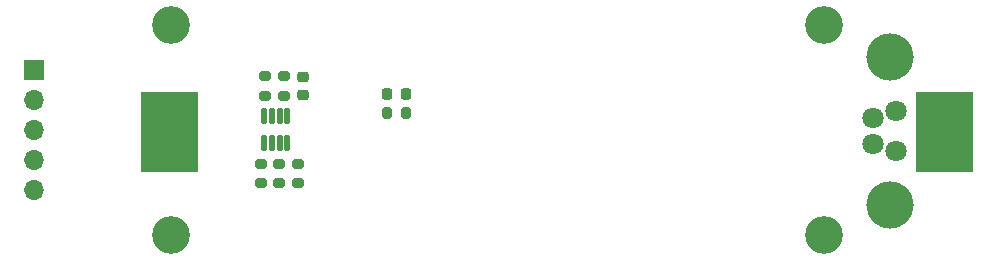
<source format=gbs>
G04 #@! TF.GenerationSoftware,KiCad,Pcbnew,8.0.2-1.fc40*
G04 #@! TF.CreationDate,2024-05-13T13:55:01+02:00*
G04 #@! TF.ProjectId,FT24-SLS,46543234-2d53-44c5-932e-6b696361645f,rev?*
G04 #@! TF.SameCoordinates,Original*
G04 #@! TF.FileFunction,Soldermask,Bot*
G04 #@! TF.FilePolarity,Negative*
%FSLAX46Y46*%
G04 Gerber Fmt 4.6, Leading zero omitted, Abs format (unit mm)*
G04 Created by KiCad (PCBNEW 8.0.2-1.fc40) date 2024-05-13 13:55:01*
%MOMM*%
%LPD*%
G01*
G04 APERTURE LIST*
G04 Aperture macros list*
%AMRoundRect*
0 Rectangle with rounded corners*
0 $1 Rounding radius*
0 $2 $3 $4 $5 $6 $7 $8 $9 X,Y pos of 4 corners*
0 Add a 4 corners polygon primitive as box body*
4,1,4,$2,$3,$4,$5,$6,$7,$8,$9,$2,$3,0*
0 Add four circle primitives for the rounded corners*
1,1,$1+$1,$2,$3*
1,1,$1+$1,$4,$5*
1,1,$1+$1,$6,$7*
1,1,$1+$1,$8,$9*
0 Add four rect primitives between the rounded corners*
20,1,$1+$1,$2,$3,$4,$5,0*
20,1,$1+$1,$4,$5,$6,$7,0*
20,1,$1+$1,$6,$7,$8,$9,0*
20,1,$1+$1,$8,$9,$2,$3,0*%
G04 Aperture macros list end*
%ADD10C,3.200000*%
%ADD11C,0.100000*%
%ADD12C,4.000000*%
%ADD13C,1.800000*%
%ADD14RoundRect,0.200000X-0.275000X0.200000X-0.275000X-0.200000X0.275000X-0.200000X0.275000X0.200000X0*%
%ADD15RoundRect,0.225000X0.250000X-0.225000X0.250000X0.225000X-0.250000X0.225000X-0.250000X-0.225000X0*%
%ADD16RoundRect,0.200000X-0.200000X-0.275000X0.200000X-0.275000X0.200000X0.275000X-0.200000X0.275000X0*%
%ADD17RoundRect,0.225000X0.225000X0.250000X-0.225000X0.250000X-0.225000X-0.250000X0.225000X-0.250000X0*%
%ADD18RoundRect,0.200000X0.275000X-0.200000X0.275000X0.200000X-0.275000X0.200000X-0.275000X-0.200000X0*%
%ADD19R,1.700000X1.700000*%
%ADD20O,1.700000X1.700000*%
%ADD21RoundRect,0.112500X0.112500X-0.550000X0.112500X0.550000X-0.112500X0.550000X-0.112500X-0.550000X0*%
G04 APERTURE END LIST*
G36*
X114600000Y-90800000D02*
G01*
X119400000Y-90800000D01*
X119400000Y-97600000D01*
X114600000Y-97600000D01*
X114600000Y-90800000D01*
G37*
G36*
X180200000Y-90800000D02*
G01*
X185000000Y-90800000D01*
X185000000Y-97600000D01*
X180200000Y-97600000D01*
X180200000Y-90800000D01*
G37*
D10*
X117100000Y-102900000D03*
D11*
X113700000Y-85500000D03*
X113700000Y-86500000D03*
X113700000Y-87500000D03*
X113700000Y-88500000D03*
X113700000Y-89500000D03*
X113700000Y-90500000D03*
X113700000Y-91500000D03*
X113700000Y-92500000D03*
X113700000Y-93500000D03*
X113700000Y-94500000D03*
X113700000Y-95500000D03*
X113700000Y-96500000D03*
X113700000Y-97500000D03*
X113700000Y-98500000D03*
X113700000Y-99500000D03*
X113700000Y-100500000D03*
X113700000Y-101500000D03*
X113700000Y-102500000D03*
D10*
X172400000Y-85100000D03*
X172400000Y-102900000D03*
D12*
X177962500Y-100350000D03*
X177962500Y-87850000D03*
D13*
X178462500Y-92400000D03*
X176512500Y-93025000D03*
X178462500Y-95800000D03*
X176512500Y-95175000D03*
D10*
X117100000Y-85100000D03*
D14*
X126700000Y-89475000D03*
X126700000Y-91125000D03*
D15*
X128300000Y-91050000D03*
X128300000Y-89500000D03*
D14*
X125100000Y-89475000D03*
X125100000Y-91125000D03*
D16*
X135375000Y-92600000D03*
X137025000Y-92600000D03*
D17*
X136975000Y-91000000D03*
X135425000Y-91000000D03*
D18*
X124700000Y-98525000D03*
X124700000Y-96875000D03*
D19*
X105500000Y-88920000D03*
D20*
X105500000Y-91460000D03*
X105500000Y-94000000D03*
X105500000Y-96540000D03*
X105500000Y-99080000D03*
D21*
X126975000Y-95137500D03*
X126325000Y-95137500D03*
X125675000Y-95137500D03*
X125025000Y-95137500D03*
X125025000Y-92862500D03*
X125675000Y-92862500D03*
X126325000Y-92862500D03*
X126975000Y-92862500D03*
D18*
X126300000Y-98525000D03*
X126300000Y-96875000D03*
D14*
X127900000Y-96875000D03*
X127900000Y-98525000D03*
M02*

</source>
